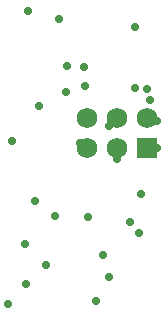
<source format=gbr>
G04 #@! TF.GenerationSoftware,KiCad,Pcbnew,(5.0.0-rc2-160-g7b73557)*
G04 #@! TF.CreationDate,2018-07-20T13:29:01+03:00*
G04 #@! TF.ProjectId,i2c-moist-sensor,6932632D6D6F6973742D73656E736F72,rev?*
G04 #@! TF.SameCoordinates,Original*
G04 #@! TF.FileFunction,Copper,L4,Bot,Signal*
G04 #@! TF.FilePolarity,Positive*
%FSLAX46Y46*%
G04 Gerber Fmt 4.6, Leading zero omitted, Abs format (unit mm)*
G04 Created by KiCad (PCBNEW (5.0.0-rc2-160-g7b73557)) date 2018 July 20, Friday 13:29:01*
%MOMM*%
%LPD*%
G01*
G04 APERTURE LIST*
G04 #@! TA.AperFunction,BGAPad,CuDef*
%ADD10C,1.727200*%
G04 #@! TD*
G04 #@! TA.AperFunction,SMDPad,CuDef*
%ADD11R,1.727200X1.727200*%
G04 #@! TD*
G04 #@! TA.AperFunction,ViaPad*
%ADD12C,0.700000*%
G04 #@! TD*
G04 #@! TA.AperFunction,Conductor*
%ADD13C,0.254000*%
G04 #@! TD*
G04 APERTURE END LIST*
D10*
G04 #@! TO.P,P1,6*
G04 #@! TO.N,GND*
X95460000Y-41730000D03*
G04 #@! TO.P,P1,5*
G04 #@! TO.N,/RESET*
X95460000Y-44270000D03*
G04 #@! TO.P,P1,4*
G04 #@! TO.N,/MOSI/SDA*
X98000000Y-41730000D03*
G04 #@! TO.P,P1,3*
G04 #@! TO.N,/SCK/SCL*
X98000000Y-44270000D03*
G04 #@! TO.P,P1,2*
G04 #@! TO.N,VCC*
X100540000Y-41730000D03*
D11*
G04 #@! TO.P,P1,1*
G04 #@! TO.N,/MISO/SENSE_HIGH*
X100540000Y-44270000D03*
G04 #@! TD*
D12*
G04 #@! TO.N,GND*
X96800004Y-53300004D03*
X99800000Y-51500000D03*
X99500000Y-34000000D03*
X92000000Y-54200000D03*
X95300000Y-39000000D03*
X95200000Y-37400000D03*
X100800000Y-40200000D03*
X100500000Y-39300000D03*
X99500000Y-39200000D03*
X97300000Y-55150000D03*
X90450000Y-32700000D03*
X90150000Y-52400000D03*
X93027776Y-33327776D03*
X95294552Y-41900000D03*
X91400000Y-40700000D03*
X89100000Y-43700000D03*
G04 #@! TO.N,VCC*
X93700000Y-37300000D03*
X101400000Y-42000000D03*
X93650000Y-39540000D03*
G04 #@! TO.N,/SENSOR_TRACK*
X88750000Y-57500000D03*
X96204000Y-57246000D03*
G04 #@! TO.N,/RESET*
X94800000Y-43800000D03*
G04 #@! TO.N,/EXCITATION*
X90250000Y-55749996D03*
X91050000Y-48750002D03*
G04 #@! TO.N,/SCK/SCL*
X98000000Y-45200000D03*
G04 #@! TO.N,/MOSI/SDA*
X97300000Y-42400000D03*
G04 #@! TO.N,/MISO/SENSE_HIGH*
X101400000Y-44300000D03*
X100000000Y-48200000D03*
G04 #@! TO.N,Net-(IC1-Pad11)*
X95500000Y-50100000D03*
X99100000Y-50500000D03*
X92710000Y-50038000D03*
G04 #@! TD*
D13*
G04 #@! TO.N,VCC*
X101130000Y-41730000D02*
X101400000Y-42000000D01*
X100540000Y-41730000D02*
X101130000Y-41730000D01*
G04 #@! TO.N,/SCK/SCL*
X98000000Y-44270000D02*
X98000000Y-45200000D01*
G04 #@! TO.N,/MOSI/SDA*
X97970000Y-41730000D02*
X97300000Y-42400000D01*
X98000000Y-41730000D02*
X97970000Y-41730000D01*
G04 #@! TO.N,/MISO/SENSE_HIGH*
X101370000Y-44270000D02*
X101400000Y-44300000D01*
X100540000Y-44270000D02*
X101370000Y-44270000D01*
G04 #@! TD*
M02*

</source>
